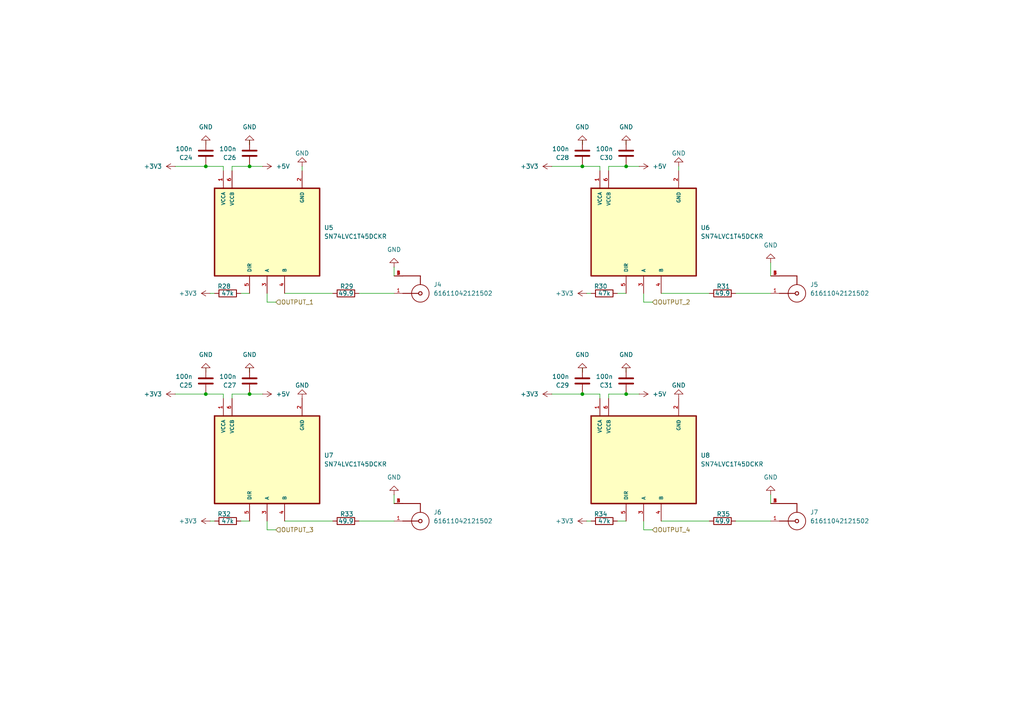
<source format=kicad_sch>
(kicad_sch (version 20250114) (generator "eeschema") (generator_version "9.0")
  (paper "A4")
  (title_block (title "OpenSync Output Ports 1 to 4") (date "2025-12-02") (rev "0.2") (company "OpenPIV Consortium"))
  (lib_symbols
    (symbol "61611042121502:61611042121502" (pin_names (offset 1.016))
      (property "Reference" "J" (at 0 3.54 0))
      (property "Value" "61611042121502" (at -5.08 -8.08 0))
      (symbol "61611042121502_0_0"
        (circle (center 0 0) (radius 0.5) (stroke (width 0.254)))
        (circle (center 0 0) (radius 2.54) (stroke (width 0.2)))
        (polyline (pts (xy 0 -2.54) (xy 0 -5.08)) (stroke (width 0.254)))
        (polyline (pts (xy 0 -5.08) (xy 5.08 -5.08)) (stroke (width 0.254)))
        (polyline (pts (xy 5.08 0) (xy 0.54 0)) (stroke (width 0.254)))
        (pin passive line (at 7.62 0 180) (length 2.54) (name "~") (number "1"))
        (pin passive line (at 7.62 -5.08 180) (length 2.54) (name "~") (number "2"))
        (pin passive line (at 7.62 -5.08 180) (length 2.54) (name "~") (number "3"))
        (pin passive line (at 7.62 -5.08 180) (length 2.54) (name "~") (number "4"))
        (pin passive line (at 7.62 -5.08 180) (length 2.54) (name "~") (number "5"))
      )
    )
    (symbol "Device:C" (pin_numbers (hide yes)) (pin_names (offset 0.254))
      (property "Reference" "C" (at 0.635 2.54 0))
      (property "Value" "C" (at 0.635 -2.54 0))
      (symbol "C_0_1"
        (polyline (pts (xy -2.032 0.762) (xy 2.032 0.762)) (stroke (width 0.508)))
        (polyline (pts (xy -2.032 -0.762) (xy 2.032 -0.762)) (stroke (width 0.508)))
      )
      (symbol "C_1_1"
        (pin passive line (at 0 3.81 270) (length 2.794) (name "~") (number "1"))
        (pin passive line (at 0 -3.81 90) (length 2.794) (name "~") (number "2"))
      )
    )
    (symbol "Device:R" (pin_numbers (hide yes)) (pin_names (offset 0))
      (property "Reference" "R" (at 2.032 0 90))
      (property "Value" "R" (at 0 0 90))
      (symbol "R_0_1"
        (rectangle (start -1.016 -2.54) (end 1.016 2.54) (stroke (width 0.254)))
      )
      (symbol "R_1_1"
        (pin passive line (at 0 3.81 270) (length 1.27) (name "~") (number "1"))
        (pin passive line (at 0 -3.81 90) (length 1.27) (name "~") (number "2"))
      )
    )
    (symbol "SN74LVC1T45DCKR:SN74LVC1T45DCKR" (pin_names (offset 1.016))
      (property "Reference" "U" (at -12.7 16.24 0))
      (property "Value" "SN74LVC1T45DCKR" (at -12.7 -19.24 0))
      (symbol "SN74LVC1T45DCKR_0_0"
        (rectangle (start -12.7 -15.24) (end 12.7 15.24) (stroke (width 0.41)) (fill (type background)))
        (pin input line (at -17.78 5.08 0) (length 5.08) (name "DIR") (number "5"))
        (pin bidirectional line (at -17.78 0 0) (length 5.08) (name "A") (number "3"))
        (pin bidirectional line (at -17.78 -5.08 0) (length 5.08) (name "B") (number "4"))
        (pin power_in line (at 17.78 12.7 180) (length 5.08) (name "VCCA") (number "1"))
        (pin power_in line (at 17.78 10.16 180) (length 5.08) (name "VCCB") (number "6"))
        (pin power_in line (at 17.78 -10.16 180) (length 5.08) (name "GND") (number "2"))
      )
    )
    (symbol "power:+3V3" (power) (pin_numbers (hide yes)) (pin_names (offset 0) (hide yes))
      (property "Value" "+3V3" (at 0 3.556 0))
      (symbol "+3V3_0_1"
        (polyline (pts (xy -0.762 1.27) (xy 0 2.54)))
        (polyline (pts (xy 0 2.54) (xy 0.762 1.27)))
        (polyline (pts (xy 0 0) (xy 0 2.54)))
      )
      (symbol "+3V3_1_1"
        (pin power_in line (at 0 0 90) (length 0) (name "~") (number "1"))
      )
    )
    (symbol "power:+5V" (power) (pin_numbers (hide yes)) (pin_names (offset 0) (hide yes))
      (property "Value" "+5V" (at 0 3.556 0))
      (symbol "+5V_0_1"
        (polyline (pts (xy -0.762 1.27) (xy 0 2.54)))
        (polyline (pts (xy 0 2.54) (xy 0.762 1.27)))
        (polyline (pts (xy 0 0) (xy 0 2.54)))
      )
      (symbol "+5V_1_1"
        (pin power_in line (at 0 0 90) (length 0) (name "~") (number "1"))
      )
    )
    (symbol "power:GND" (power) (pin_numbers (hide yes)) (pin_names (offset 0) (hide yes))
      (property "Value" "GND" (at 0 -3.81 0))
      (symbol "GND_0_1"
        (polyline (pts (xy 0 0) (xy 0 -1.27) (xy 1.27 -1.27) (xy 0 -2.54) (xy -1.27 -1.27) (xy 0 -1.27)))
      )
      (symbol "GND_1_1"
        (pin power_in line (at 0 0 270) (length 0) (name "~") (number "1"))
      )
    )
  )
  (junction (at 168.91 48.26))
  (junction (at 168.91 114.3))
  (junction (at 72.39 48.26))
  (junction (at 181.61 48.26))
  (junction (at 59.69 48.26))
  (junction (at 181.61 114.3))
  (junction (at 59.69 114.3))
  (junction (at 72.39 114.3))
  (wire (pts (xy 173.99 48.26) (xy 173.99 49.53)))
  (wire (pts (xy 223.52 143.51) (xy 223.52 146.05)))
  (wire (pts (xy 77.47 85.09) (xy 77.47 87.63)))
  (wire (pts (xy 114.3 77.47) (xy 114.3 80.01)))
  (wire (pts (xy 72.39 107.95) (xy 72.39 106.68)))
  (wire (pts (xy 69.85 85.09) (xy 72.39 85.09)))
  (wire (pts (xy 205.74 85.09) (xy 191.77 85.09)))
  (wire (pts (xy 181.61 41.91) (xy 181.61 40.64)))
  (wire (pts (xy 181.61 48.26) (xy 185.42 48.26)))
  (wire (pts (xy 223.52 76.2) (xy 223.52 80.01)))
  (wire (pts (xy 170.18 151.13) (xy 171.45 151.13)))
  (wire (pts (xy 176.53 48.26) (xy 176.53 49.53)))
  (wire (pts (xy 196.85 48.26) (xy 196.85 49.53)))
  (wire (pts (xy 59.69 107.95) (xy 59.69 106.68)))
  (wire (pts (xy 186.69 153.67) (xy 189.23 153.67)))
  (wire (pts (xy 59.69 48.26) (xy 64.77 48.26)))
  (wire (pts (xy 181.61 114.3) (xy 185.42 114.3)))
  (wire (pts (xy 176.53 48.26) (xy 181.61 48.26)))
  (wire (pts (xy 60.96 151.13) (xy 62.23 151.13)))
  (wire (pts (xy 50.8 114.3) (xy 59.69 114.3)))
  (wire (pts (xy 72.39 114.3) (xy 76.2 114.3)))
  (wire (pts (xy 186.69 151.13) (xy 186.69 153.67)))
  (wire (pts (xy 87.63 48.26) (xy 87.63 49.53)))
  (wire (pts (xy 67.31 114.3) (xy 67.31 115.57)))
  (wire (pts (xy 50.8 48.26) (xy 59.69 48.26)))
  (wire (pts (xy 213.36 151.13) (xy 223.52 151.13)))
  (wire (pts (xy 160.02 48.26) (xy 168.91 48.26)))
  (wire (pts (xy 96.52 85.09) (xy 82.55 85.09)))
  (wire (pts (xy 77.47 151.13) (xy 77.47 153.67)))
  (wire (pts (xy 67.31 48.26) (xy 72.39 48.26)))
  (wire (pts (xy 59.69 41.91) (xy 59.69 40.64)))
  (wire (pts (xy 168.91 41.91) (xy 168.91 40.64)))
  (wire (pts (xy 64.77 48.26) (xy 64.77 49.53)))
  (wire (pts (xy 181.61 107.95) (xy 181.61 106.68)))
  (wire (pts (xy 77.47 153.67) (xy 80.01 153.67)))
  (wire (pts (xy 160.02 114.3) (xy 168.91 114.3)))
  (wire (pts (xy 67.31 48.26) (xy 67.31 49.53)))
  (wire (pts (xy 168.91 114.3) (xy 173.99 114.3)))
  (wire (pts (xy 72.39 41.91) (xy 72.39 40.64)))
  (wire (pts (xy 104.14 85.09) (xy 114.3 85.09)))
  (wire (pts (xy 72.39 48.26) (xy 76.2 48.26)))
  (wire (pts (xy 67.31 114.3) (xy 72.39 114.3)))
  (wire (pts (xy 77.47 87.63) (xy 80.01 87.63)))
  (wire (pts (xy 114.3 143.51) (xy 114.3 146.05)))
  (wire (pts (xy 59.69 114.3) (xy 64.77 114.3)))
  (wire (pts (xy 176.53 114.3) (xy 181.61 114.3)))
  (wire (pts (xy 64.77 114.3) (xy 64.77 115.57)))
  (wire (pts (xy 168.91 48.26) (xy 173.99 48.26)))
  (wire (pts (xy 82.55 151.13) (xy 96.52 151.13)))
  (wire (pts (xy 60.96 85.09) (xy 62.23 85.09)))
  (wire (pts (xy 170.18 85.09) (xy 171.45 85.09)))
  (wire (pts (xy 186.69 87.63) (xy 189.23 87.63)))
  (wire (pts (xy 69.85 151.13) (xy 72.39 151.13)))
  (wire (pts (xy 213.36 85.09) (xy 223.52 85.09)))
  (wire (pts (xy 179.07 151.13) (xy 181.61 151.13)))
  (wire (pts (xy 173.99 114.3) (xy 173.99 115.57)))
  (wire (pts (xy 191.77 151.13) (xy 205.74 151.13)))
  (wire (pts (xy 179.07 85.09) (xy 181.61 85.09)))
  (wire (pts (xy 176.53 114.3) (xy 176.53 115.57)))
  (wire (pts (xy 186.69 85.09) (xy 186.69 87.63)))
  (wire (pts (xy 168.91 107.95) (xy 168.91 106.68)))
  (wire (pts (xy 104.14 151.13) (xy 114.3 151.13)))
  (hierarchical_label "OUTPUT_1" (shape input) (at 80.01 87.63 0))
  (hierarchical_label "OUTPUT_4" (shape input) (at 189.23 153.67 0))
  (hierarchical_label "OUTPUT_3" (shape input) (at 80.01 153.67 0))
  (hierarchical_label "OUTPUT_2" (shape input) (at 189.23 87.63 0))
  (symbol (lib_id "power:+3V3") (at 160.02 114.3 90) (unit 1)
    (property "Reference" "#PWR064" (effects (hide yes)))
    (property "Value" "+3V3" (at 156.21 114.2999 90) (effects (justify left)))
    (property "Description" "Power symbol creates a global label with name \"+3V3\"" (effects (hide yes)))
  )
  (symbol (lib_id "power:GND") (at 168.91 107.95 180) (unit 1)
    (property "Reference" "#PWR0102" (effects (hide yes)))
    (property "Value" "GND" (at 168.91 102.87 0))
    (property "Description" "Power symbol creates a global label with name \"GND\" , ground" (effects (hide yes)))
  )
  (symbol (lib_id "Device:R") (at 209.55 151.13 90) (unit 1)
    (property "Reference" "R35" (at 209.804 149.098 90))
    (property "Value" "49.9" (at 209.55 151.13 90))
    (property "Footprint" "Resistor_SMD:R_0402_1005Metric" (effects (hide yes)))
    (property "Description" "Resistor" (effects (hide yes)))
  )
  (symbol (lib_id "power:GND") (at 87.63 115.57 180) (unit 1)
    (property "Reference" "#PWR099" (effects (hide yes)))
    (property "Value" "GND" (at 87.63 111.76 0))
    (property "Description" "Power symbol creates a global label with name \"GND\" , ground" (effects (hide yes)))
  )
  (symbol (lib_id "power:GND") (at 181.61 41.91 180) (unit 1)
    (property "Reference" "#PWR0105" (effects (hide yes)))
    (property "Value" "GND" (at 181.61 36.83 0))
    (property "Description" "Power symbol creates a global label with name \"GND\" , ground" (effects (hide yes)))
  )
  (symbol (lib_id "Device:C") (at 168.91 44.45 180) (unit 1)
    (property "Reference" "C28" (at 165.1 45.7201 0) (effects (justify left)))
    (property "Value" "100n" (at 165.1 43.1801 0) (effects (justify left)))
    (property "Footprint" "RP2350_80QFN_minimal:C_0402_1005Metric_small_pads" (effects (hide yes)))
    (property "Description" "Unpolarized capacitor" (effects (hide yes)))
  )
  (symbol (lib_id "Device:C") (at 168.91 110.49 180) (unit 1)
    (property "Reference" "C29" (at 165.1 111.7601 0) (effects (justify left)))
    (property "Value" "100n" (at 165.1 109.2201 0) (effects (justify left)))
    (property "Footprint" "RP2350_80QFN_minimal:C_0402_1005Metric_small_pads" (effects (hide yes)))
    (property "Description" "Unpolarized capacitor" (effects (hide yes)))
  )
  (symbol (lib_id "power:GND") (at 59.69 41.91 180) (unit 1)
    (property "Reference" "#PWR088" (effects (hide yes)))
    (property "Value" "GND" (at 59.69 36.83 0))
    (property "Description" "Power symbol creates a global label with name \"GND\" , ground" (effects (hide yes)))
  )
  (symbol (lib_id "61611042121502:61611042121502") (at 121.92 85.09 180) (unit 1)
    (property "Reference" "J4" (at 125.73 82.5364 0) (effects (justify right)))
    (property "Value" "61611042121502" (at 125.73 85.0764 0) (effects (justify right)))
    (property "Footprint" "61611042121502:61611042121502" (effects (hide yes)))
  )
  (symbol (lib_id "SN74LVC1T45DCKR:SN74LVC1T45DCKR") (at 77.47 67.31 90) (unit 1)
    (property "Reference" "U5" (at 93.98 66.0399 90) (effects (justify right)))
    (property "Value" "SN74LVC1T45DCKR" (at 93.98 68.5799 90) (effects (justify right)))
    (property "Footprint" "SN74LVC1T45DCKR:SOT65P210X110-6N" (effects (hide yes)))
  )
  (symbol (lib_id "power:+5V") (at 185.42 114.3 270) (unit 1)
    (property "Reference" "#PWR0108" (effects (hide yes)))
    (property "Value" "+5V" (at 189.23 114.2999 90) (effects (justify left)))
    (property "Description" "Power symbol creates a global label with name \"+5V\"" (effects (hide yes)))
  )
  (symbol (lib_id "Device:C") (at 59.69 44.45 180) (unit 1)
    (property "Reference" "C24" (at 55.88 45.7201 0) (effects (justify left)))
    (property "Value" "100n" (at 55.88 43.1801 0) (effects (justify left)))
    (property "Footprint" "RP2350_80QFN_minimal:C_0402_1005Metric_small_pads" (effects (hide yes)))
    (property "Description" "Unpolarized capacitor" (effects (hide yes)))
  )
  (symbol (lib_id "power:GND") (at 114.3 143.51 180) (unit 1)
    (property "Reference" "#PWR023" (effects (hide yes)))
    (property "Value" "GND" (at 114.3 138.43 0))
    (property "Description" "Power symbol creates a global label with name \"GND\" , ground" (effects (hide yes)))
  )
  (symbol (lib_id "power:+3V3") (at 60.96 85.09 90) (unit 1)
    (property "Reference" "#PWR090" (effects (hide yes)))
    (property "Value" "+3V3" (at 57.15 85.0899 90) (effects (justify left)))
    (property "Description" "Power symbol creates a global label with name \"+3V3\"" (effects (hide yes)))
  )
  (symbol (lib_id "power:GND") (at 181.61 107.95 180) (unit 1)
    (property "Reference" "#PWR0106" (effects (hide yes)))
    (property "Value" "GND" (at 181.61 102.87 0))
    (property "Description" "Power symbol creates a global label with name \"GND\" , ground" (effects (hide yes)))
  )
  (symbol (lib_id "Device:R") (at 66.04 151.13 90) (unit 1)
    (property "Reference" "R32" (at 65.024 149.098 90))
    (property "Value" "47k" (at 66.04 151.13 90))
    (property "Footprint" "Resistor_SMD:R_0402_1005Metric" (effects (hide yes)))
    (property "Description" "Resistor" (effects (hide yes)))
  )
  (symbol (lib_id "power:GND") (at 72.39 107.95 180) (unit 1)
    (property "Reference" "#PWR093" (effects (hide yes)))
    (property "Value" "GND" (at 72.39 102.87 0))
    (property "Description" "Power symbol creates a global label with name \"GND\" , ground" (effects (hide yes)))
  )
  (symbol (lib_id "61611042121502:61611042121502") (at 121.92 151.13 180) (unit 1)
    (property "Reference" "J6" (at 125.73 148.5764 0) (effects (justify right)))
    (property "Value" "61611042121502" (at 125.73 151.1164 0) (effects (justify right)))
    (property "Footprint" "61611042121502:61611042121502" (effects (hide yes)))
  )
  (symbol (lib_id "power:GND") (at 196.85 115.57 180) (unit 1)
    (property "Reference" "#PWR0110" (effects (hide yes)))
    (property "Value" "GND" (at 196.85 111.76 0))
    (property "Description" "Power symbol creates a global label with name \"GND\" , ground" (effects (hide yes)))
  )
  (symbol (lib_id "Device:C") (at 72.39 44.45 180) (unit 1)
    (property "Reference" "C26" (at 68.58 45.7201 0) (effects (justify left)))
    (property "Value" "100n" (at 68.58 43.1801 0) (effects (justify left)))
    (property "Footprint" "RP2350_80QFN_minimal:C_0402_1005Metric_small_pads" (effects (hide yes)))
    (property "Description" "Unpolarized capacitor" (effects (hide yes)))
  )
  (symbol (lib_id "power:GND") (at 72.39 41.91 180) (unit 1)
    (property "Reference" "#PWR072" (effects (hide yes)))
    (property "Value" "GND" (at 72.39 36.83 0))
    (property "Description" "Power symbol creates a global label with name \"GND\" , ground" (effects (hide yes)))
  )
  (symbol (lib_id "power:GND") (at 59.69 107.95 180) (unit 1)
    (property "Reference" "#PWR089" (effects (hide yes)))
    (property "Value" "GND" (at 59.69 102.87 0))
    (property "Description" "Power symbol creates a global label with name \"GND\" , ground" (effects (hide yes)))
  )
  (symbol (lib_id "power:+5V") (at 76.2 114.3 270) (unit 1)
    (property "Reference" "#PWR097" (effects (hide yes)))
    (property "Value" "+5V" (at 80.01 114.2999 90) (effects (justify left)))
    (property "Description" "Power symbol creates a global label with name \"+5V\"" (effects (hide yes)))
  )
  (symbol (lib_id "power:+3V3") (at 50.8 48.26 90) (unit 1)
    (property "Reference" "#PWR087" (effects (hide yes)))
    (property "Value" "+3V3" (at 46.99 48.2599 90) (effects (justify left)))
    (property "Description" "Power symbol creates a global label with name \"+3V3\"" (effects (hide yes)))
  )
  (symbol (lib_id "Device:R") (at 209.55 85.09 90) (unit 1)
    (property "Reference" "R31" (at 209.804 83.058 90))
    (property "Value" "49.9" (at 209.55 85.09 90))
    (property "Footprint" "Resistor_SMD:R_0402_1005Metric" (effects (hide yes)))
    (property "Description" "Resistor" (effects (hide yes)))
  )
  (symbol (lib_id "power:+3V3") (at 50.8 114.3 90) (unit 1)
    (property "Reference" "#PWR063" (effects (hide yes)))
    (property "Value" "+3V3" (at 46.99 114.2999 90) (effects (justify left)))
    (property "Description" "Power symbol creates a global label with name \"+3V3\"" (effects (hide yes)))
  )
  (symbol (lib_id "61611042121502:61611042121502") (at 231.14 151.13 180) (unit 1)
    (property "Reference" "J7" (at 234.95 148.5764 0) (effects (justify right)))
    (property "Value" "61611042121502" (at 234.95 151.1164 0) (effects (justify right)))
    (property "Footprint" "61611042121502:61611042121502" (effects (hide yes)))
  )
  (symbol (lib_id "SN74LVC1T45DCKR:SN74LVC1T45DCKR") (at 186.69 67.31 90) (unit 1)
    (property "Reference" "U6" (at 203.2 66.0399 90) (effects (justify right)))
    (property "Value" "SN74LVC1T45DCKR" (at 203.2 68.5799 90) (effects (justify right)))
    (property "Footprint" "SN74LVC1T45DCKR:SOT65P210X110-6N" (effects (hide yes)))
  )
  (symbol (lib_id "power:+3V3") (at 60.96 151.13 90) (unit 1)
    (property "Reference" "#PWR071" (effects (hide yes)))
    (property "Value" "+3V3" (at 57.15 151.1299 90) (effects (justify left)))
    (property "Description" "Power symbol creates a global label with name \"+3V3\"" (effects (hide yes)))
  )
  (symbol (lib_id "power:+3V3") (at 160.02 48.26 90) (unit 1)
    (property "Reference" "#PWR0100" (effects (hide yes)))
    (property "Value" "+3V3" (at 156.21 48.2599 90) (effects (justify left)))
    (property "Description" "Power symbol creates a global label with name \"+3V3\"" (effects (hide yes)))
  )
  (symbol (lib_id "power:GND") (at 223.52 143.51 180) (unit 1)
    (property "Reference" "#PWR025" (effects (hide yes)))
    (property "Value" "GND" (at 223.52 138.43 0))
    (property "Description" "Power symbol creates a global label with name \"GND\" , ground" (effects (hide yes)))
  )
  (symbol (lib_id "SN74LVC1T45DCKR:SN74LVC1T45DCKR") (at 186.69 133.35 90) (unit 1)
    (property "Reference" "U8" (at 203.2 132.0799 90) (effects (justify right)))
    (property "Value" "SN74LVC1T45DCKR" (at 203.2 134.6199 90) (effects (justify right)))
    (property "Footprint" "SN74LVC1T45DCKR:SOT65P210X110-6N" (effects (hide yes)))
  )
  (symbol (lib_id "power:GND") (at 87.63 48.26 180) (unit 1)
    (property "Reference" "#PWR098" (effects (hide yes)))
    (property "Value" "GND" (at 87.63 44.45 0))
    (property "Description" "Power symbol creates a global label with name \"GND\" , ground" (effects (hide yes)))
  )
  (symbol (lib_id "power:+3V3") (at 170.18 85.09 90) (unit 1)
    (property "Reference" "#PWR0103" (effects (hide yes)))
    (property "Value" "+3V3" (at 166.37 85.0899 90) (effects (justify left)))
    (property "Description" "Power symbol creates a global label with name \"+3V3\"" (effects (hide yes)))
  )
  (symbol (lib_id "Device:R") (at 175.26 151.13 90) (unit 1)
    (property "Reference" "R34" (at 174.244 149.098 90))
    (property "Value" "47k" (at 175.26 151.13 90))
    (property "Footprint" "Resistor_SMD:R_0402_1005Metric" (effects (hide yes)))
    (property "Description" "Resistor" (effects (hide yes)))
  )
  (symbol (lib_id "Device:C") (at 181.61 44.45 180) (unit 1)
    (property "Reference" "C30" (at 177.8 45.7201 0) (effects (justify left)))
    (property "Value" "100n" (at 177.8 43.1801 0) (effects (justify left)))
    (property "Footprint" "RP2350_80QFN_minimal:C_0402_1005Metric_small_pads" (effects (hide yes)))
    (property "Description" "Unpolarized capacitor" (effects (hide yes)))
  )
  (symbol (lib_id "power:GND") (at 114.3 77.47 180) (unit 1)
    (property "Reference" "#PWR022" (effects (hide yes)))
    (property "Value" "GND" (at 114.3 72.39 0))
    (property "Description" "Power symbol creates a global label with name \"GND\" , ground" (effects (hide yes)))
  )
  (symbol (lib_id "power:+5V") (at 76.2 48.26 270) (unit 1)
    (property "Reference" "#PWR096" (effects (hide yes)))
    (property "Value" "+5V" (at 80.01 48.26 90) (effects (justify left)))
    (property "Description" "Power symbol creates a global label with name \"+5V\"" (effects (hide yes)))
  )
  (symbol (lib_id "Device:C") (at 181.61 110.49 180) (unit 1)
    (property "Reference" "C31" (at 177.8 111.7601 0) (effects (justify left)))
    (property "Value" "100n" (at 177.8 109.2201 0) (effects (justify left)))
    (property "Footprint" "RP2350_80QFN_minimal:C_0402_1005Metric_small_pads" (effects (hide yes)))
    (property "Description" "Unpolarized capacitor" (effects (hide yes)))
  )
  (symbol (lib_id "Device:C") (at 72.39 110.49 180) (unit 1)
    (property "Reference" "C27" (at 68.58 111.7601 0) (effects (justify left)))
    (property "Value" "100n" (at 68.58 109.2201 0) (effects (justify left)))
    (property "Footprint" "RP2350_80QFN_minimal:C_0402_1005Metric_small_pads" (effects (hide yes)))
    (property "Description" "Unpolarized capacitor" (effects (hide yes)))
  )
  (symbol (lib_id "Device:R") (at 100.33 85.09 90) (unit 1)
    (property "Reference" "R29" (at 100.584 83.058 90))
    (property "Value" "49.9" (at 100.33 85.09 90))
    (property "Footprint" "Resistor_SMD:R_0402_1005Metric" (effects (hide yes)))
    (property "Description" "Resistor" (effects (hide yes)))
  )
  (symbol (lib_id "Device:C") (at 59.69 110.49 180) (unit 1)
    (property "Reference" "C25" (at 55.88 111.7601 0) (effects (justify left)))
    (property "Value" "100n" (at 55.88 109.2201 0) (effects (justify left)))
    (property "Footprint" "RP2350_80QFN_minimal:C_0402_1005Metric_small_pads" (effects (hide yes)))
    (property "Description" "Unpolarized capacitor" (effects (hide yes)))
  )
  (symbol (lib_id "power:+3V3") (at 170.18 151.13 90) (unit 1)
    (property "Reference" "#PWR0104" (effects (hide yes)))
    (property "Value" "+3V3" (at 166.37 151.1299 90) (effects (justify left)))
    (property "Description" "Power symbol creates a global label with name \"+3V3\"" (effects (hide yes)))
  )
  (symbol (lib_id "61611042121502:61611042121502") (at 231.14 85.09 180) (unit 1)
    (property "Reference" "J5" (at 234.95 82.5364 0) (effects (justify right)))
    (property "Value" "61611042121502" (at 234.95 85.0764 0) (effects (justify right)))
    (property "Footprint" "61611042121502:61611042121502" (effects (hide yes)))
  )
  (symbol (lib_id "power:GND") (at 196.85 48.26 180) (unit 1)
    (property "Reference" "#PWR0109" (effects (hide yes)))
    (property "Value" "GND" (at 196.85 44.45 0))
    (property "Description" "Power symbol creates a global label with name \"GND\" , ground" (effects (hide yes)))
  )
  (symbol (lib_id "power:GND") (at 168.91 41.91 180) (unit 1)
    (property "Reference" "#PWR0101" (effects (hide yes)))
    (property "Value" "GND" (at 168.91 36.83 0))
    (property "Description" "Power symbol creates a global label with name \"GND\" , ground" (effects (hide yes)))
  )
  (symbol (lib_id "Device:R") (at 66.04 85.09 90) (unit 1)
    (property "Reference" "R28" (at 65.024 83.058 90))
    (property "Value" "47k" (at 66.04 85.09 90))
    (property "Footprint" "Resistor_SMD:R_0402_1005Metric" (effects (hide yes)))
    (property "Description" "Resistor" (effects (hide yes)))
  )
  (symbol (lib_id "Device:R") (at 100.33 151.13 90) (unit 1)
    (property "Reference" "R33" (at 100.584 149.098 90))
    (property "Value" "49.9" (at 100.33 151.13 90))
    (property "Footprint" "Resistor_SMD:R_0402_1005Metric" (effects (hide yes)))
    (property "Description" "Resistor" (effects (hide yes)))
  )
  (symbol (lib_id "Device:R") (at 175.26 85.09 90) (unit 1)
    (property "Reference" "R30" (at 174.244 83.058 90))
    (property "Value" "47k" (at 175.26 85.09 90))
    (property "Footprint" "Resistor_SMD:R_0402_1005Metric" (effects (hide yes)))
    (property "Description" "Resistor" (effects (hide yes)))
  )
  (symbol (lib_id "SN74LVC1T45DCKR:SN74LVC1T45DCKR") (at 77.47 133.35 90) (unit 1)
    (property "Reference" "U7" (at 93.98 132.0799 90) (effects (justify right)))
    (property "Value" "SN74LVC1T45DCKR" (at 93.98 134.6199 90) (effects (justify right)))
    (property "Footprint" "SN74LVC1T45DCKR:SOT65P210X110-6N" (effects (hide yes)))
  )
  (symbol (lib_id "power:GND") (at 223.52 76.2 180) (unit 1)
    (property "Reference" "#PWR024" (effects (hide yes)))
    (property "Value" "GND" (at 223.52 71.12 0))
    (property "Description" "Power symbol creates a global label with name \"GND\" , ground" (effects (hide yes)))
  )
  (symbol (lib_id "power:+5V") (at 185.42 48.26 270) (unit 1)
    (property "Reference" "#PWR0107" (effects (hide yes)))
    (property "Value" "+5V" (at 189.23 48.26 90) (effects (justify left)))
    (property "Description" "Power symbol creates a global label with name \"+5V\"" (effects (hide yes)))
  )
)
</source>
